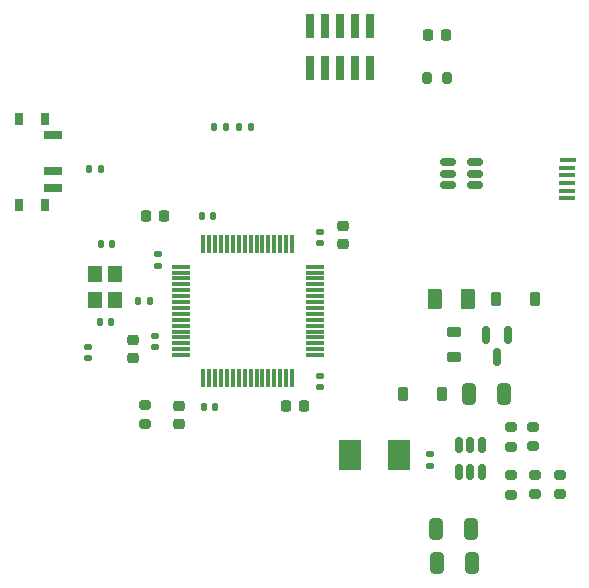
<source format=gbr>
%TF.GenerationSoftware,KiCad,Pcbnew,7.0.2*%
%TF.CreationDate,2023-06-15T10:28:23+05:30*%
%TF.ProjectId,stm32,73746d33-322e-46b6-9963-61645f706362,rev?*%
%TF.SameCoordinates,Original*%
%TF.FileFunction,Paste,Top*%
%TF.FilePolarity,Positive*%
%FSLAX46Y46*%
G04 Gerber Fmt 4.6, Leading zero omitted, Abs format (unit mm)*
G04 Created by KiCad (PCBNEW 7.0.2) date 2023-06-15 10:28:23*
%MOMM*%
%LPD*%
G01*
G04 APERTURE LIST*
G04 Aperture macros list*
%AMRoundRect*
0 Rectangle with rounded corners*
0 $1 Rounding radius*
0 $2 $3 $4 $5 $6 $7 $8 $9 X,Y pos of 4 corners*
0 Add a 4 corners polygon primitive as box body*
4,1,4,$2,$3,$4,$5,$6,$7,$8,$9,$2,$3,0*
0 Add four circle primitives for the rounded corners*
1,1,$1+$1,$2,$3*
1,1,$1+$1,$4,$5*
1,1,$1+$1,$6,$7*
1,1,$1+$1,$8,$9*
0 Add four rect primitives between the rounded corners*
20,1,$1+$1,$2,$3,$4,$5,0*
20,1,$1+$1,$4,$5,$6,$7,0*
20,1,$1+$1,$6,$7,$8,$9,0*
20,1,$1+$1,$8,$9,$2,$3,0*%
G04 Aperture macros list end*
%ADD10RoundRect,0.140000X0.140000X0.170000X-0.140000X0.170000X-0.140000X-0.170000X0.140000X-0.170000X0*%
%ADD11RoundRect,0.140000X-0.170000X0.140000X-0.170000X-0.140000X0.170000X-0.140000X0.170000X0.140000X0*%
%ADD12RoundRect,0.135000X-0.135000X-0.185000X0.135000X-0.185000X0.135000X0.185000X-0.135000X0.185000X0*%
%ADD13RoundRect,0.200000X-0.275000X0.200000X-0.275000X-0.200000X0.275000X-0.200000X0.275000X0.200000X0*%
%ADD14R,0.800000X1.000000*%
%ADD15R,1.500000X0.700000*%
%ADD16RoundRect,0.200000X-0.200000X-0.275000X0.200000X-0.275000X0.200000X0.275000X-0.200000X0.275000X0*%
%ADD17RoundRect,0.140000X0.170000X-0.140000X0.170000X0.140000X-0.170000X0.140000X-0.170000X-0.140000X0*%
%ADD18RoundRect,0.150000X0.512500X0.150000X-0.512500X0.150000X-0.512500X-0.150000X0.512500X-0.150000X0*%
%ADD19RoundRect,0.225000X-0.225000X-0.375000X0.225000X-0.375000X0.225000X0.375000X-0.225000X0.375000X0*%
%ADD20RoundRect,0.225000X-0.225000X-0.250000X0.225000X-0.250000X0.225000X0.250000X-0.225000X0.250000X0*%
%ADD21RoundRect,0.225000X0.225000X0.250000X-0.225000X0.250000X-0.225000X-0.250000X0.225000X-0.250000X0*%
%ADD22RoundRect,0.135000X0.135000X0.185000X-0.135000X0.185000X-0.135000X-0.185000X0.135000X-0.185000X0*%
%ADD23RoundRect,0.150000X-0.150000X0.587500X-0.150000X-0.587500X0.150000X-0.587500X0.150000X0.587500X0*%
%ADD24RoundRect,0.140000X-0.140000X-0.170000X0.140000X-0.170000X0.140000X0.170000X-0.140000X0.170000X0*%
%ADD25RoundRect,0.218750X0.256250X-0.218750X0.256250X0.218750X-0.256250X0.218750X-0.256250X-0.218750X0*%
%ADD26R,1.350000X0.400000*%
%ADD27RoundRect,0.218750X0.218750X0.256250X-0.218750X0.256250X-0.218750X-0.256250X0.218750X-0.256250X0*%
%ADD28RoundRect,0.200000X0.275000X-0.200000X0.275000X0.200000X-0.275000X0.200000X-0.275000X-0.200000X0*%
%ADD29R,0.750000X2.100000*%
%ADD30RoundRect,0.150000X0.150000X-0.512500X0.150000X0.512500X-0.150000X0.512500X-0.150000X-0.512500X0*%
%ADD31RoundRect,0.075000X-0.700000X-0.075000X0.700000X-0.075000X0.700000X0.075000X-0.700000X0.075000X0*%
%ADD32RoundRect,0.075000X-0.075000X-0.700000X0.075000X-0.700000X0.075000X0.700000X-0.075000X0.700000X0*%
%ADD33R,1.200000X1.400000*%
%ADD34RoundRect,0.218750X0.381250X-0.218750X0.381250X0.218750X-0.381250X0.218750X-0.381250X-0.218750X0*%
%ADD35RoundRect,0.225000X0.250000X-0.225000X0.250000X0.225000X-0.250000X0.225000X-0.250000X-0.225000X0*%
%ADD36R,1.900000X2.500000*%
%ADD37RoundRect,0.250000X-0.375000X-0.625000X0.375000X-0.625000X0.375000X0.625000X-0.375000X0.625000X0*%
%ADD38RoundRect,0.250000X-0.325000X-0.650000X0.325000X-0.650000X0.325000X0.650000X-0.325000X0.650000X0*%
%ADD39RoundRect,0.147500X-0.172500X0.147500X-0.172500X-0.147500X0.172500X-0.147500X0.172500X0.147500X0*%
G04 APERTURE END LIST*
D10*
%TO.C,C5*%
X92700000Y-105632000D03*
X91740000Y-105632000D03*
%TD*%
D11*
%TO.C,C16*%
X110920000Y-109602000D03*
X110920000Y-110562000D03*
%TD*%
D12*
%TO.C,R1*%
X86210000Y-96582000D03*
X87230000Y-96582000D03*
%TD*%
D13*
%TO.C,R6*%
X117750000Y-111392000D03*
X117750000Y-113042000D03*
%TD*%
D14*
%TO.C,SW1*%
X78300000Y-81182000D03*
X76090000Y-81182000D03*
X78300000Y-88482000D03*
X76090000Y-88482000D03*
D15*
X78950000Y-82582000D03*
X78950000Y-85582000D03*
X78950000Y-87082000D03*
%TD*%
D16*
%TO.C,R9*%
X110681000Y-77724000D03*
X112331000Y-77724000D03*
%TD*%
D17*
%TO.C,C7*%
X101620000Y-91712000D03*
X101620000Y-90752000D03*
%TD*%
D18*
%TO.C,U3*%
X114707500Y-86782000D03*
X114707500Y-85832000D03*
X114707500Y-84882000D03*
X112432500Y-84882000D03*
X112432500Y-85832000D03*
X112432500Y-86782000D03*
%TD*%
D19*
%TO.C,D2*%
X108620000Y-104482000D03*
X111920000Y-104482000D03*
%TD*%
D20*
%TO.C,C2*%
X98695000Y-105482000D03*
X100245000Y-105482000D03*
%TD*%
D21*
%TO.C,C3*%
X88405000Y-89408000D03*
X86855000Y-89408000D03*
%TD*%
D22*
%TO.C,R11*%
X93601000Y-81915000D03*
X92581000Y-81915000D03*
%TD*%
D23*
%TO.C,Q1*%
X117520000Y-99507000D03*
X115620000Y-99507000D03*
X116570000Y-101382000D03*
%TD*%
D13*
%TO.C,R3*%
X86820000Y-105411500D03*
X86820000Y-107061500D03*
%TD*%
D12*
%TO.C,R10*%
X94740000Y-81915000D03*
X95760000Y-81915000D03*
%TD*%
D24*
%TO.C,C8*%
X91595000Y-89408000D03*
X92555000Y-89408000D03*
%TD*%
D25*
%TO.C,D1*%
X89620000Y-107074000D03*
X89620000Y-105499000D03*
%TD*%
D26*
%TO.C,J5*%
X122524500Y-87932000D03*
X122524500Y-87282000D03*
X122524500Y-86632000D03*
X122524500Y-85982000D03*
X122524500Y-85332000D03*
X122549500Y-84682000D03*
%TD*%
D27*
%TO.C,D4*%
X112282500Y-74082000D03*
X110707500Y-74082000D03*
%TD*%
D28*
%TO.C,R4*%
X117750000Y-108978000D03*
X117750000Y-107328000D03*
%TD*%
D29*
%TO.C,J1*%
X100780000Y-73332000D03*
X100780000Y-76932000D03*
X102050000Y-73332000D03*
X102050000Y-76932000D03*
X103320000Y-73332000D03*
X103320000Y-76932000D03*
X104590000Y-73332000D03*
X104590000Y-76932000D03*
X105860000Y-73332000D03*
X105860000Y-76932000D03*
%TD*%
D30*
%TO.C,U2*%
X113370000Y-111119500D03*
X114320000Y-111119500D03*
X115270000Y-111119500D03*
X115270000Y-108844500D03*
X114320000Y-108844500D03*
X113370000Y-108844500D03*
%TD*%
D31*
%TO.C,U1*%
X89795000Y-93707000D03*
X89795000Y-94207000D03*
X89795000Y-94707000D03*
X89795000Y-95207000D03*
X89795000Y-95707000D03*
X89795000Y-96207000D03*
X89795000Y-96707000D03*
X89795000Y-97207000D03*
X89795000Y-97707000D03*
X89795000Y-98207000D03*
X89795000Y-98707000D03*
X89795000Y-99207000D03*
X89795000Y-99707000D03*
X89795000Y-100207000D03*
X89795000Y-100707000D03*
X89795000Y-101207000D03*
D32*
X91720000Y-103132000D03*
X92220000Y-103132000D03*
X92720000Y-103132000D03*
X93220000Y-103132000D03*
X93720000Y-103132000D03*
X94220000Y-103132000D03*
X94720000Y-103132000D03*
X95220000Y-103132000D03*
X95720000Y-103132000D03*
X96220000Y-103132000D03*
X96720000Y-103132000D03*
X97220000Y-103132000D03*
X97720000Y-103132000D03*
X98220000Y-103132000D03*
X98720000Y-103132000D03*
X99220000Y-103132000D03*
D31*
X101145000Y-101207000D03*
X101145000Y-100707000D03*
X101145000Y-100207000D03*
X101145000Y-99707000D03*
X101145000Y-99207000D03*
X101145000Y-98707000D03*
X101145000Y-98207000D03*
X101145000Y-97707000D03*
X101145000Y-97207000D03*
X101145000Y-96707000D03*
X101145000Y-96207000D03*
X101145000Y-95707000D03*
X101145000Y-95207000D03*
X101145000Y-94707000D03*
X101145000Y-94207000D03*
X101145000Y-93707000D03*
D32*
X99220000Y-91782000D03*
X98720000Y-91782000D03*
X98220000Y-91782000D03*
X97720000Y-91782000D03*
X97220000Y-91782000D03*
X96720000Y-91782000D03*
X96220000Y-91782000D03*
X95720000Y-91782000D03*
X95220000Y-91782000D03*
X94720000Y-91782000D03*
X94220000Y-91782000D03*
X93720000Y-91782000D03*
X93220000Y-91782000D03*
X92720000Y-91782000D03*
X92220000Y-91782000D03*
X91720000Y-91782000D03*
%TD*%
D17*
%TO.C,C4*%
X87920000Y-93642000D03*
X87920000Y-92682000D03*
%TD*%
D33*
%TO.C,Y1*%
X82530000Y-94322000D03*
X82530000Y-96522000D03*
X84230000Y-96522000D03*
X84230000Y-94322000D03*
%TD*%
D34*
%TO.C,FB1*%
X112920000Y-101382000D03*
X112920000Y-99257000D03*
%TD*%
D35*
%TO.C,C10*%
X85725000Y-101486000D03*
X85725000Y-99936000D03*
%TD*%
D36*
%TO.C,L2*%
X108270000Y-109632000D03*
X104170000Y-109632000D03*
%TD*%
D10*
%TO.C,C12*%
X83919000Y-98372000D03*
X82959000Y-98372000D03*
%TD*%
D37*
%TO.C,F1*%
X111320000Y-96432000D03*
X114120000Y-96432000D03*
%TD*%
D13*
%TO.C,R8*%
X121950000Y-111342000D03*
X121950000Y-112992000D03*
%TD*%
D38*
%TO.C,C14*%
X111395000Y-115882000D03*
X114345000Y-115882000D03*
%TD*%
%TO.C,C15*%
X111495000Y-118832000D03*
X114445000Y-118832000D03*
%TD*%
D35*
%TO.C,C1*%
X103505000Y-91834000D03*
X103505000Y-90284000D03*
%TD*%
D17*
%TO.C,C9*%
X87630000Y-100556000D03*
X87630000Y-99596000D03*
%TD*%
D19*
%TO.C,D3*%
X116470000Y-96482000D03*
X119770000Y-96482000D03*
%TD*%
D24*
%TO.C,C11*%
X83050000Y-91772000D03*
X84010000Y-91772000D03*
%TD*%
D39*
%TO.C,L1*%
X81936000Y-100493000D03*
X81936000Y-101463000D03*
%TD*%
D11*
%TO.C,C6*%
X101570000Y-102932000D03*
X101570000Y-103892000D03*
%TD*%
D38*
%TO.C,C13*%
X114245000Y-104482000D03*
X117195000Y-104482000D03*
%TD*%
D28*
%TO.C,R7*%
X119800000Y-112992000D03*
X119800000Y-111342000D03*
%TD*%
D13*
%TO.C,R5*%
X119600000Y-107253000D03*
X119600000Y-108903000D03*
%TD*%
D12*
%TO.C,R2*%
X82040000Y-85471000D03*
X83060000Y-85471000D03*
%TD*%
M02*

</source>
